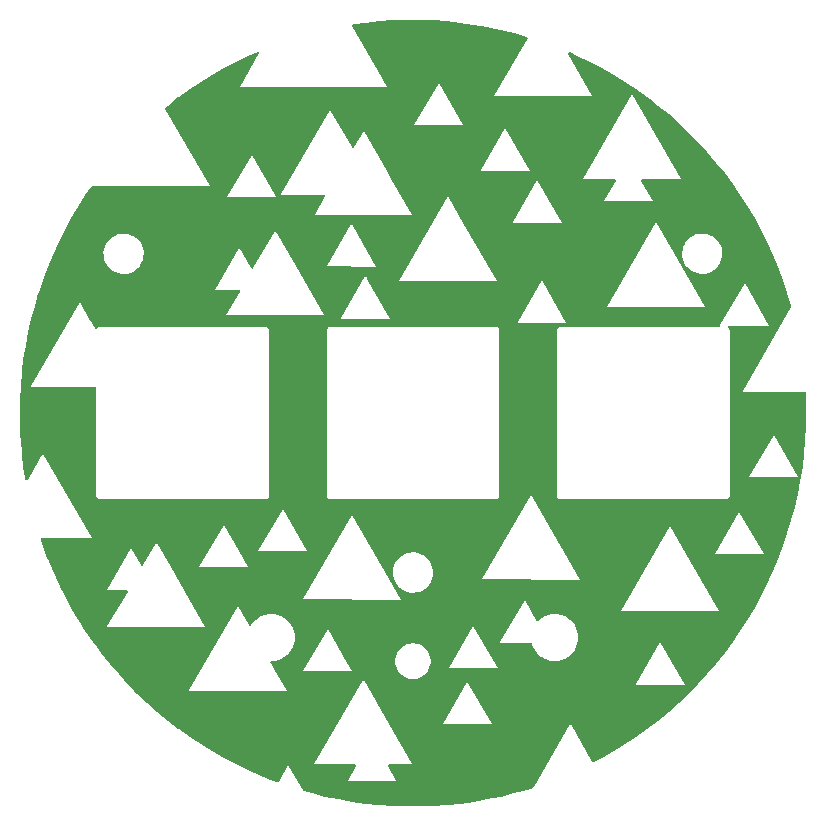
<source format=gbr>
%TF.GenerationSoftware,KiCad,Pcbnew,(7.0.0-0)*%
%TF.CreationDate,2023-04-09T22:27:31-05:00*%
%TF.ProjectId,RP2040_minimal,52503230-3430-45f6-9d69-6e696d616c2e,REV1*%
%TF.SameCoordinates,Original*%
%TF.FileFunction,Copper,L1,Top*%
%TF.FilePolarity,Positive*%
%FSLAX46Y46*%
G04 Gerber Fmt 4.6, Leading zero omitted, Abs format (unit mm)*
G04 Created by KiCad (PCBNEW (7.0.0-0)) date 2023-04-09 22:27:31*
%MOMM*%
%LPD*%
G01*
G04 APERTURE LIST*
G04 APERTURE END LIST*
%TA.AperFunction,Conductor*%
%TO.N,GND*%
G36*
X576479Y33294480D02*
G01*
X1721925Y33254920D01*
X1725331Y33254744D01*
X2868756Y33175669D01*
X2872064Y33175384D01*
X4012128Y33056884D01*
X4015487Y33056476D01*
X5150761Y32898700D01*
X5154062Y32898183D01*
X6283206Y32701317D01*
X6286519Y32700681D01*
X7408184Y32464960D01*
X7411501Y32464202D01*
X8524311Y32189919D01*
X8527615Y32189044D01*
X9630296Y31876514D01*
X9633567Y31875526D01*
X9647008Y31871210D01*
X9694658Y31838024D01*
X9715502Y31783827D01*
X9702370Y31727264D01*
X6889335Y26879264D01*
X6889334Y26879262D01*
X6882794Y26867990D01*
X15175000Y26850000D01*
X13135678Y30399970D01*
X13123070Y30459678D01*
X13147871Y30515437D01*
X13200658Y30546059D01*
X13261371Y30539909D01*
X13926551Y30247413D01*
X13929626Y30245997D01*
X14962286Y29748694D01*
X14965296Y29747180D01*
X15980177Y29214529D01*
X15983146Y29212905D01*
X16410450Y28969468D01*
X16979019Y28645552D01*
X16981959Y28643809D01*
X17957627Y28042438D01*
X17960505Y28040595D01*
X18914849Y27405897D01*
X18917661Y27403956D01*
X19849535Y26736692D01*
X19852279Y26734654D01*
X20304036Y26386976D01*
X20760564Y26035625D01*
X20763202Y26033520D01*
X21342481Y25554973D01*
X21646807Y25303566D01*
X21649404Y25301345D01*
X22507314Y24541303D01*
X22509833Y24538992D01*
X23340962Y23749826D01*
X23343399Y23747431D01*
X23938206Y23142266D01*
X24146822Y22930018D01*
X24149175Y22927539D01*
X24923866Y22082926D01*
X24926133Y22080368D01*
X25671243Y21209478D01*
X25673419Y21206844D01*
X26388015Y20310771D01*
X26390100Y20308062D01*
X27073355Y19387837D01*
X27075344Y19385058D01*
X27726392Y18441852D01*
X27728285Y18439007D01*
X28346432Y17473824D01*
X28348225Y17470914D01*
X28932656Y16485027D01*
X28934348Y16482058D01*
X29484424Y15476545D01*
X29486012Y15473519D01*
X30001047Y14449634D01*
X30002529Y14446557D01*
X30481920Y13405496D01*
X30483284Y13402394D01*
X30926455Y12345407D01*
X30927722Y12342233D01*
X31334150Y11270570D01*
X31335306Y11267354D01*
X31704490Y10182339D01*
X31705535Y10179085D01*
X32037054Y9081954D01*
X32037986Y9078667D01*
X32053445Y9020305D01*
X32055865Y8981787D01*
X32043374Y8945270D01*
X27914335Y1829264D01*
X27914334Y1829262D01*
X27907794Y1817990D01*
X33151807Y1806614D01*
X33199729Y1794123D01*
X33235606Y1759983D01*
X33250458Y1712738D01*
X33279569Y1151079D01*
X33279687Y1147664D01*
X33299470Y1709D01*
X33299470Y-1709D01*
X33279687Y-1147663D01*
X33279569Y-1151078D01*
X33220245Y-2295640D01*
X33220010Y-2299050D01*
X33121210Y-3440950D01*
X33120856Y-3444349D01*
X32982711Y-4582084D01*
X32982241Y-4585469D01*
X32804900Y-5717801D01*
X32804313Y-5721168D01*
X32587996Y-6846694D01*
X32587293Y-6850039D01*
X32332256Y-7967431D01*
X32331438Y-7970749D01*
X32037986Y-9078665D01*
X32037054Y-9081953D01*
X31705535Y-10179084D01*
X31704490Y-10182338D01*
X31335306Y-11267353D01*
X31334150Y-11270569D01*
X30927722Y-12342232D01*
X30926455Y-12345406D01*
X30483284Y-13402393D01*
X30481910Y-13405516D01*
X30408321Y-13565325D01*
X30002530Y-14446554D01*
X30001047Y-14449633D01*
X29486012Y-15473518D01*
X29484424Y-15476544D01*
X28934348Y-16482057D01*
X28932656Y-16485026D01*
X28348225Y-17470913D01*
X28346432Y-17473823D01*
X27728285Y-18439006D01*
X27726392Y-18441851D01*
X27075344Y-19385057D01*
X27073355Y-19387836D01*
X26390100Y-20308061D01*
X26388015Y-20310770D01*
X25673419Y-21206843D01*
X25671243Y-21209477D01*
X24926133Y-22080367D01*
X24923866Y-22082925D01*
X24149175Y-22927538D01*
X24146822Y-22930017D01*
X23343399Y-23747430D01*
X23340962Y-23749825D01*
X22509833Y-24538991D01*
X22507314Y-24541302D01*
X21649404Y-25301344D01*
X21646807Y-25303565D01*
X20763219Y-26033506D01*
X20760547Y-26035637D01*
X19852279Y-26734653D01*
X19849535Y-26736691D01*
X18917661Y-27403955D01*
X18914849Y-27405896D01*
X17960505Y-28040594D01*
X17957627Y-28042437D01*
X16981959Y-28643808D01*
X16979019Y-28645551D01*
X15983160Y-29212896D01*
X15980162Y-29214536D01*
X15327537Y-29557060D01*
X15278799Y-29568362D01*
X15230759Y-29554391D01*
X15195685Y-29518714D01*
X13347213Y-26300966D01*
X13347212Y-26300965D01*
X13340721Y-26289665D01*
X13334181Y-26300935D01*
X13334179Y-26300938D01*
X10225355Y-31658700D01*
X10201812Y-31686126D01*
X10169994Y-31703274D01*
X9633559Y-31875528D01*
X9630287Y-31876516D01*
X8527615Y-32189043D01*
X8524311Y-32189918D01*
X7411508Y-32464199D01*
X7408176Y-32464960D01*
X6286540Y-32700675D01*
X6283184Y-32701320D01*
X5154099Y-32898176D01*
X5150723Y-32898705D01*
X4015504Y-33056473D01*
X4012111Y-33056885D01*
X2872112Y-33175378D01*
X2868707Y-33175672D01*
X1725334Y-33254742D01*
X1721921Y-33254919D01*
X576479Y-33294480D01*
X573062Y-33294539D01*
X-573062Y-33294539D01*
X-576479Y-33294480D01*
X-1721922Y-33254919D01*
X-1725335Y-33254742D01*
X-2868708Y-33175672D01*
X-2872113Y-33175378D01*
X-4012112Y-33056885D01*
X-4015505Y-33056473D01*
X-5150724Y-32898705D01*
X-5154100Y-32898176D01*
X-6283185Y-32701320D01*
X-6286541Y-32700675D01*
X-7408177Y-32464960D01*
X-7411509Y-32464199D01*
X-8524312Y-32189918D01*
X-8527616Y-32189043D01*
X-9232257Y-31989328D01*
X-9266176Y-31972120D01*
X-9291105Y-31943394D01*
X-9329524Y-31876516D01*
X-10543159Y-29763867D01*
X-10549699Y-29775137D01*
X-10549701Y-29775140D01*
X-11378636Y-31203728D01*
X-11409878Y-31236764D01*
X-11452591Y-31252351D01*
X-11497768Y-31247201D01*
X-11806565Y-31136148D01*
X-11809760Y-31134936D01*
X-12874233Y-30710078D01*
X-12877385Y-30708756D01*
X-13926537Y-30247418D01*
X-13929641Y-30245989D01*
X-14962265Y-29748704D01*
X-14965319Y-29747168D01*
X-14992784Y-29732753D01*
X-8347349Y-29732753D01*
X-4890505Y-29740252D01*
X-4841034Y-29753623D01*
X-4804876Y-29789938D01*
X-4791720Y-29839467D01*
X-4805091Y-29888938D01*
X-5539562Y-31154731D01*
X-5539563Y-31154733D01*
X-5546103Y-31166005D01*
X-1400000Y-31175000D01*
X-2135467Y-29894728D01*
X-2148622Y-29845201D01*
X-2135251Y-29795730D01*
X-2098936Y-29759572D01*
X-2049408Y-29746416D01*
X-55143Y-29750743D01*
X-2034380Y-26305365D01*
X2516085Y-26305365D01*
X6662188Y-26314360D01*
X4747304Y-22981005D01*
X18873897Y-22981005D01*
X23020000Y-22990000D01*
X20954738Y-19394872D01*
X20948198Y-19406142D01*
X20948196Y-19406145D01*
X18880438Y-22969731D01*
X18880437Y-22969733D01*
X18873897Y-22981005D01*
X4747304Y-22981005D01*
X4596926Y-22719232D01*
X4590386Y-22730502D01*
X4590384Y-22730505D01*
X2522626Y-26294091D01*
X2522625Y-26294093D01*
X2516085Y-26305365D01*
X-2034380Y-26305365D01*
X-4185667Y-22560489D01*
X-4192207Y-22571759D01*
X-4192209Y-22571762D01*
X-8340808Y-29721479D01*
X-8340809Y-29721481D01*
X-8347349Y-29732753D01*
X-14992784Y-29732753D01*
X-15980163Y-29214536D01*
X-15983161Y-29212896D01*
X-16979020Y-28645551D01*
X-16981960Y-28643808D01*
X-17957628Y-28042437D01*
X-17960506Y-28040594D01*
X-18914850Y-27405896D01*
X-18917662Y-27403955D01*
X-19849536Y-26736691D01*
X-19852280Y-26734653D01*
X-20760548Y-26035637D01*
X-20763220Y-26033506D01*
X-21646808Y-25303565D01*
X-21649405Y-25301344D01*
X-22507315Y-24541302D01*
X-22509834Y-24538991D01*
X-23340963Y-23749825D01*
X-23343400Y-23747430D01*
X-23594644Y-23491811D01*
X-18991490Y-23491811D01*
X-10699284Y-23509801D01*
X-11288508Y-22484103D01*
X-11650865Y-21853326D01*
X-9295419Y-21853326D01*
X-5149316Y-21862321D01*
X-5573260Y-21124335D01*
X-1500500Y-21124335D01*
X-1499828Y-21128364D01*
X-1499827Y-21128372D01*
X-1486293Y-21209477D01*
X-1459571Y-21369614D01*
X-1458246Y-21373474D01*
X-1458244Y-21373481D01*
X-1450061Y-21397316D01*
X-1378828Y-21604810D01*
X-1376881Y-21608407D01*
X-1376880Y-21608410D01*
X-1262424Y-21819907D01*
X-1262420Y-21819913D01*
X-1260474Y-21823509D01*
X-1257962Y-21826736D01*
X-1257959Y-21826741D01*
X-1110256Y-22016509D01*
X-1107738Y-22019744D01*
X-924785Y-22188164D01*
X-716607Y-22324173D01*
X-488881Y-22424063D01*
X-247821Y-22485108D01*
X-62067Y-22500500D01*
X60033Y-22500500D01*
X62067Y-22500500D01*
X247821Y-22485108D01*
X488881Y-22424063D01*
X716607Y-22324173D01*
X924785Y-22188164D01*
X1107738Y-22019744D01*
X1260474Y-21823509D01*
X1378112Y-21606133D01*
X3019159Y-21606133D01*
X7165262Y-21615128D01*
X5932729Y-19469583D01*
X5907769Y-19426133D01*
X7389159Y-19426133D01*
X9967065Y-19431725D01*
X10010235Y-19441738D01*
X10044712Y-19469583D01*
X10063586Y-19509679D01*
X10064939Y-19515896D01*
X10075631Y-19565046D01*
X10076867Y-19568360D01*
X10076868Y-19568362D01*
X10174399Y-19829855D01*
X10174404Y-19829865D01*
X10175633Y-19833161D01*
X10312774Y-20084315D01*
X10314885Y-20087136D01*
X10314889Y-20087141D01*
X10480268Y-20308061D01*
X10484261Y-20313395D01*
X10686605Y-20515739D01*
X10689433Y-20517856D01*
X10839755Y-20630386D01*
X10915685Y-20687226D01*
X11166839Y-20824367D01*
X11170140Y-20825598D01*
X11170144Y-20825600D01*
X11259856Y-20859060D01*
X11434954Y-20924369D01*
X11714572Y-20985196D01*
X11928552Y-21000500D01*
X12069684Y-21000500D01*
X12071448Y-21000500D01*
X12285428Y-20985196D01*
X12565046Y-20924369D01*
X12833161Y-20824367D01*
X13084315Y-20687226D01*
X13313395Y-20515739D01*
X13515739Y-20313395D01*
X13687226Y-20084315D01*
X13824367Y-19833161D01*
X13924369Y-19565046D01*
X13985196Y-19285428D01*
X14005610Y-19000000D01*
X13985196Y-18714572D01*
X13924369Y-18434954D01*
X13824367Y-18166839D01*
X13687226Y-17915685D01*
X13515739Y-17686605D01*
X13313395Y-17484261D01*
X13310566Y-17482143D01*
X13087141Y-17314889D01*
X13087136Y-17314885D01*
X13084315Y-17312774D01*
X12833161Y-17175633D01*
X12829865Y-17174404D01*
X12829855Y-17174399D01*
X12568360Y-17076867D01*
X12568359Y-17076866D01*
X12565046Y-17075631D01*
X12561600Y-17074881D01*
X12561592Y-17074879D01*
X12288870Y-17015552D01*
X12288859Y-17015550D01*
X12285428Y-17014804D01*
X12281919Y-17014553D01*
X12281912Y-17014552D01*
X12073204Y-16999625D01*
X12073187Y-16999624D01*
X12071448Y-16999500D01*
X11928552Y-16999500D01*
X11926813Y-16999624D01*
X11926795Y-16999625D01*
X11718087Y-17014552D01*
X11718078Y-17014553D01*
X11714572Y-17014804D01*
X11711142Y-17015550D01*
X11711129Y-17015552D01*
X11438407Y-17074879D01*
X11438395Y-17074882D01*
X11434954Y-17075631D01*
X11431644Y-17076865D01*
X11431639Y-17076867D01*
X11170144Y-17174399D01*
X11170128Y-17174406D01*
X11166839Y-17175633D01*
X11163743Y-17177323D01*
X11163742Y-17177324D01*
X10918784Y-17311081D01*
X10918775Y-17311086D01*
X10915685Y-17312774D01*
X10912869Y-17314881D01*
X10912858Y-17314889D01*
X10689432Y-17482144D01*
X10689425Y-17482149D01*
X10686605Y-17484261D01*
X10684113Y-17486752D01*
X10684106Y-17486759D01*
X10605256Y-17565608D01*
X10552373Y-17593113D01*
X10493284Y-17585268D01*
X10449409Y-17544918D01*
X9995603Y-16754950D01*
X17595633Y-16754950D01*
X25887839Y-16772940D01*
X23109280Y-11936133D01*
X25549159Y-11936133D01*
X29695262Y-11945128D01*
X27630000Y-8350000D01*
X27623460Y-8361270D01*
X27623458Y-8361273D01*
X25555700Y-11924859D01*
X25555699Y-11924861D01*
X25549159Y-11936133D01*
X23109280Y-11936133D01*
X21757315Y-9582686D01*
X21750775Y-9593956D01*
X21750773Y-9593959D01*
X17602174Y-16743676D01*
X17602173Y-16743678D01*
X17595633Y-16754950D01*
X9995603Y-16754950D01*
X9476492Y-15851301D01*
X9476491Y-15851300D01*
X9470000Y-15840000D01*
X9463460Y-15851270D01*
X9463458Y-15851273D01*
X7395700Y-19414859D01*
X7395699Y-19414861D01*
X7389159Y-19426133D01*
X5907769Y-19426133D01*
X5106492Y-18031301D01*
X5106491Y-18031300D01*
X5100000Y-18020000D01*
X5093460Y-18031270D01*
X5093458Y-18031273D01*
X3025700Y-21594859D01*
X3025699Y-21594861D01*
X3019159Y-21606133D01*
X1378112Y-21606133D01*
X1378828Y-21604810D01*
X1459571Y-21369614D01*
X1500500Y-21124335D01*
X1500500Y-20875665D01*
X1459571Y-20630386D01*
X1378828Y-20395190D01*
X1260474Y-20176491D01*
X1188730Y-20084315D01*
X1110255Y-19983490D01*
X1107738Y-19980256D01*
X924785Y-19811836D01*
X716607Y-19675827D01*
X712870Y-19674188D01*
X712865Y-19674185D01*
X492622Y-19577578D01*
X488881Y-19575937D01*
X484926Y-19574935D01*
X484919Y-19574933D01*
X251786Y-19515896D01*
X251785Y-19515895D01*
X247821Y-19514892D01*
X243744Y-19514554D01*
X243743Y-19514554D01*
X64092Y-19499667D01*
X64072Y-19499666D01*
X62067Y-19499500D01*
X-62067Y-19499500D01*
X-64072Y-19499666D01*
X-64093Y-19499667D01*
X-243744Y-19514554D01*
X-243747Y-19514554D01*
X-247821Y-19514892D01*
X-251784Y-19515895D01*
X-251787Y-19515896D01*
X-484920Y-19574933D01*
X-484931Y-19574936D01*
X-488881Y-19575937D01*
X-492619Y-19577576D01*
X-492623Y-19577578D01*
X-712866Y-19674185D01*
X-712877Y-19674190D01*
X-716607Y-19675827D01*
X-720024Y-19678059D01*
X-720027Y-19678061D01*
X-921364Y-19809600D01*
X-921372Y-19809605D01*
X-924785Y-19811836D01*
X-927793Y-19814604D01*
X-927793Y-19814605D01*
X-1104725Y-19977481D01*
X-1104734Y-19977489D01*
X-1107738Y-19980256D01*
X-1110251Y-19983483D01*
X-1110256Y-19983490D01*
X-1257959Y-20173258D01*
X-1257967Y-20173268D01*
X-1260474Y-20176491D01*
X-1262417Y-20180080D01*
X-1262424Y-20180092D01*
X-1376880Y-20391589D01*
X-1376884Y-20391596D01*
X-1378828Y-20395190D01*
X-1380157Y-20399058D01*
X-1380158Y-20399063D01*
X-1458244Y-20626518D01*
X-1458247Y-20626527D01*
X-1459571Y-20630386D01*
X-1460243Y-20634412D01*
X-1460244Y-20634417D01*
X-1499827Y-20871627D01*
X-1499828Y-20871636D01*
X-1500500Y-20875665D01*
X-1500500Y-21124335D01*
X-5573260Y-21124335D01*
X-7214578Y-18267193D01*
X-7221118Y-18278463D01*
X-7221120Y-18278466D01*
X-9288878Y-21842052D01*
X-9288879Y-21842054D01*
X-9295419Y-21853326D01*
X-11650865Y-21853326D01*
X-12055580Y-21148814D01*
X-12068736Y-21099339D01*
X-12055419Y-21049907D01*
X-12019189Y-21013737D01*
X-11969736Y-21000500D01*
X-11930316Y-21000500D01*
X-11928552Y-21000500D01*
X-11714572Y-20985196D01*
X-11434954Y-20924369D01*
X-11166839Y-20824367D01*
X-10915685Y-20687226D01*
X-10686605Y-20515739D01*
X-10484261Y-20313395D01*
X-10312774Y-20084315D01*
X-10175633Y-19833161D01*
X-10075631Y-19565046D01*
X-10014804Y-19285428D01*
X-9994390Y-19000000D01*
X-10014804Y-18714572D01*
X-10075631Y-18434954D01*
X-10175633Y-18166839D01*
X-10312774Y-17915685D01*
X-10484261Y-17686605D01*
X-10686605Y-17484261D01*
X-10689434Y-17482143D01*
X-10912859Y-17314889D01*
X-10912864Y-17314885D01*
X-10915685Y-17312774D01*
X-11166839Y-17175633D01*
X-11170135Y-17174404D01*
X-11170145Y-17174399D01*
X-11431640Y-17076867D01*
X-11431641Y-17076866D01*
X-11434954Y-17075631D01*
X-11438400Y-17074881D01*
X-11438408Y-17074879D01*
X-11711130Y-17015552D01*
X-11711141Y-17015550D01*
X-11714572Y-17014804D01*
X-11718081Y-17014553D01*
X-11718088Y-17014552D01*
X-11926796Y-16999625D01*
X-11926813Y-16999624D01*
X-11928552Y-16999500D01*
X-12071448Y-16999500D01*
X-12073187Y-16999624D01*
X-12073205Y-16999625D01*
X-12281913Y-17014552D01*
X-12281922Y-17014553D01*
X-12285428Y-17014804D01*
X-12288858Y-17015550D01*
X-12288871Y-17015552D01*
X-12561593Y-17074879D01*
X-12561605Y-17074882D01*
X-12565046Y-17075631D01*
X-12568356Y-17076865D01*
X-12568361Y-17076867D01*
X-12829856Y-17174399D01*
X-12829872Y-17174406D01*
X-12833161Y-17175633D01*
X-12836257Y-17177323D01*
X-12836258Y-17177324D01*
X-13081216Y-17311081D01*
X-13081225Y-17311086D01*
X-13084315Y-17312774D01*
X-13087131Y-17314881D01*
X-13087142Y-17314889D01*
X-13310567Y-17482143D01*
X-13310576Y-17482150D01*
X-13313395Y-17484261D01*
X-13315884Y-17486749D01*
X-13315891Y-17486756D01*
X-13513244Y-17684109D01*
X-13513251Y-17684116D01*
X-13515739Y-17686605D01*
X-13517850Y-17689424D01*
X-13517857Y-17689433D01*
X-13685111Y-17912858D01*
X-13685119Y-17912869D01*
X-13687226Y-17915685D01*
X-13688911Y-17918769D01*
X-13688919Y-17918783D01*
X-13712498Y-17961965D01*
X-13748412Y-17999385D01*
X-13798317Y-18013511D01*
X-13848516Y-18000466D01*
X-13885230Y-17963832D01*
X-14829808Y-16319547D01*
X-14836348Y-16330817D01*
X-14836350Y-16330820D01*
X-18984949Y-23480537D01*
X-18984950Y-23480539D01*
X-18991490Y-23491811D01*
X-23594644Y-23491811D01*
X-23635198Y-23450551D01*
X-24146834Y-22930006D01*
X-24149176Y-22927538D01*
X-24485839Y-22560489D01*
X-24740556Y-22282781D01*
X-24923867Y-22082925D01*
X-24926134Y-22080367D01*
X-25671244Y-21209477D01*
X-25673420Y-21206843D01*
X-26388016Y-20310770D01*
X-26390101Y-20308061D01*
X-26756486Y-19814605D01*
X-27073358Y-19387833D01*
X-27075345Y-19385057D01*
X-27726393Y-18441851D01*
X-27728286Y-18439006D01*
X-27989417Y-18031273D01*
X-28346440Y-17473811D01*
X-28348226Y-17470913D01*
X-28440717Y-17314889D01*
X-28932657Y-16485026D01*
X-28934349Y-16482057D01*
X-29484425Y-15476544D01*
X-29486013Y-15473518D01*
X-29728727Y-14991005D01*
X-25946103Y-14991005D01*
X-24243789Y-14994697D01*
X-24194217Y-15008129D01*
X-24158043Y-15044593D01*
X-24145009Y-15094274D01*
X-24158622Y-15143800D01*
X-25870331Y-18060865D01*
X-25870332Y-18060867D01*
X-25876944Y-18072136D01*
X-17584738Y-18090126D01*
X-18925580Y-15782010D01*
X-9292206Y-15782010D01*
X-1000000Y-15800000D01*
X-2358788Y-13434675D01*
X-1704252Y-13434675D01*
X-1704107Y-13438460D01*
X-1704107Y-13438463D01*
X-1699245Y-13565325D01*
X-1694251Y-13695593D01*
X-1693531Y-13699309D01*
X-1693529Y-13699320D01*
X-1645261Y-13948202D01*
X-1645260Y-13948209D01*
X-1644538Y-13951927D01*
X-1643257Y-13955494D01*
X-1643256Y-13955497D01*
X-1601309Y-14072292D01*
X-1556279Y-14197668D01*
X-1431541Y-14427057D01*
X-1273250Y-14634716D01*
X-1085114Y-14815778D01*
X-871544Y-14965999D01*
X-637547Y-15081859D01*
X-388605Y-15160641D01*
X-130555Y-15200500D01*
X63272Y-15200500D01*
X65177Y-15200500D01*
X260344Y-15185516D01*
X514586Y-15126021D01*
X756766Y-15028414D01*
X981208Y-14894982D01*
X1182652Y-14728852D01*
X1356375Y-14533920D01*
X1498306Y-14314753D01*
X1605118Y-14076489D01*
X1606279Y-14072264D01*
X5818318Y-14072264D01*
X14110524Y-14090254D01*
X10123889Y-7150477D01*
X10021242Y-6971793D01*
X12195599Y-6971793D01*
X12196445Y-6980924D01*
X12196445Y-6980927D01*
X12199078Y-7009338D01*
X12199500Y-7018472D01*
X12199500Y-7027844D01*
X12200340Y-7032343D01*
X12200341Y-7032344D01*
X12201222Y-7037059D01*
X12202483Y-7046105D01*
X12205116Y-7074521D01*
X12205118Y-7074531D01*
X12205965Y-7083660D01*
X12210053Y-7091871D01*
X12211432Y-7096716D01*
X12213252Y-7101416D01*
X12214939Y-7110433D01*
X12234793Y-7142498D01*
X12239228Y-7150460D01*
X12256042Y-7184228D01*
X12262820Y-7190407D01*
X12265859Y-7194431D01*
X12269251Y-7198152D01*
X12274081Y-7205952D01*
X12304170Y-7228674D01*
X12311195Y-7234507D01*
X12339067Y-7259916D01*
X12347627Y-7263232D01*
X12351912Y-7265885D01*
X12356414Y-7268126D01*
X12363736Y-7273656D01*
X12400002Y-7283974D01*
X12408657Y-7286874D01*
X12443827Y-7300500D01*
X12453004Y-7300500D01*
X12457951Y-7301425D01*
X12462966Y-7301889D01*
X12471793Y-7304401D01*
X12509337Y-7300922D01*
X12518472Y-7300500D01*
X26444272Y-7300500D01*
X26453763Y-7301823D01*
X26453836Y-7301044D01*
X26462967Y-7301890D01*
X26471793Y-7304401D01*
X26509337Y-7300922D01*
X26518472Y-7300500D01*
X26523263Y-7300500D01*
X26527844Y-7300500D01*
X26537049Y-7298778D01*
X26546107Y-7297514D01*
X26583660Y-7294035D01*
X26591876Y-7289943D01*
X26596714Y-7288567D01*
X26601411Y-7286747D01*
X26610433Y-7285061D01*
X26642491Y-7265210D01*
X26650463Y-7260770D01*
X26684228Y-7243958D01*
X26690413Y-7237172D01*
X26694434Y-7234136D01*
X26698147Y-7230750D01*
X26705952Y-7225919D01*
X26728673Y-7195829D01*
X26734504Y-7188806D01*
X26759916Y-7160933D01*
X26763230Y-7152375D01*
X26765873Y-7148108D01*
X26768122Y-7143591D01*
X26773656Y-7136264D01*
X26783977Y-7099983D01*
X26786872Y-7091348D01*
X26800500Y-7056173D01*
X26800500Y-7046998D01*
X26801425Y-7042050D01*
X26801889Y-7037033D01*
X26804401Y-7028207D01*
X26800922Y-6990662D01*
X26800500Y-6981528D01*
X26800500Y-5431005D01*
X28483897Y-5431005D01*
X32630000Y-5440000D01*
X30564738Y-1844872D01*
X30558198Y-1856142D01*
X30558196Y-1856145D01*
X28490438Y-5419731D01*
X28490437Y-5419733D01*
X28483897Y-5431005D01*
X26800500Y-5431005D01*
X26800500Y6944272D01*
X26801823Y6953764D01*
X26801044Y6953836D01*
X26801890Y6962968D01*
X26804401Y6971793D01*
X26800922Y7009338D01*
X26800500Y7018472D01*
X26800500Y7023263D01*
X26800500Y7027844D01*
X26798778Y7037055D01*
X26797514Y7046103D01*
X26794035Y7083660D01*
X26789945Y7091873D01*
X26788569Y7096711D01*
X26786747Y7101414D01*
X26785061Y7110433D01*
X26765217Y7142482D01*
X26760766Y7150472D01*
X26754580Y7162896D01*
X26743958Y7184228D01*
X26737179Y7190408D01*
X26734145Y7194426D01*
X26730748Y7198152D01*
X26725919Y7205952D01*
X26695833Y7228672D01*
X26688789Y7234521D01*
X26688006Y7235235D01*
X26658327Y7285784D01*
X26662439Y7344258D01*
X26698899Y7390156D01*
X26754924Y7407388D01*
X30160000Y7400000D01*
X28094738Y10995128D01*
X28088198Y10983858D01*
X28088196Y10983855D01*
X26020438Y7420269D01*
X26020437Y7420267D01*
X26013897Y7408995D01*
X26017388Y7408988D01*
X26011431Y7386944D01*
X26010456Y7365504D01*
X25974201Y7318363D01*
X25917476Y7300500D01*
X12555728Y7300500D01*
X12546236Y7301824D01*
X12546164Y7301044D01*
X12537030Y7301891D01*
X12528207Y7304401D01*
X12519074Y7303555D01*
X12519072Y7303555D01*
X12490662Y7300922D01*
X12481528Y7300500D01*
X12472156Y7300500D01*
X12467661Y7299661D01*
X12467650Y7299659D01*
X12462939Y7298778D01*
X12453895Y7297517D01*
X12425478Y7294883D01*
X12425472Y7294882D01*
X12416340Y7294035D01*
X12408130Y7289949D01*
X12403283Y7288569D01*
X12398577Y7286747D01*
X12389567Y7285061D01*
X12381774Y7280237D01*
X12381771Y7280235D01*
X12357516Y7265217D01*
X12349534Y7260771D01*
X12323985Y7248049D01*
X12323979Y7248046D01*
X12315772Y7243958D01*
X12309594Y7237183D01*
X12305563Y7234138D01*
X12301840Y7230745D01*
X12294048Y7225919D01*
X12288522Y7218603D01*
X12288520Y7218600D01*
X12271322Y7195826D01*
X12265488Y7188801D01*
X12240084Y7160933D01*
X12236772Y7152386D01*
X12234124Y7148109D01*
X12231870Y7143583D01*
X12226344Y7136264D01*
X12223834Y7127446D01*
X12223831Y7127438D01*
X12216024Y7099998D01*
X12213120Y7091331D01*
X12202812Y7064724D01*
X12202811Y7064722D01*
X12199500Y7056173D01*
X12199500Y7047003D01*
X12198575Y7042054D01*
X12198109Y7037031D01*
X12195599Y7028207D01*
X12196445Y7019076D01*
X12196445Y7019073D01*
X12199078Y6990662D01*
X12199500Y6981528D01*
X12199500Y-6944272D01*
X12198176Y-6953763D01*
X12198956Y-6953836D01*
X12198109Y-6962969D01*
X12195599Y-6971793D01*
X10021242Y-6971793D01*
X9986492Y-6911301D01*
X9986491Y-6911300D01*
X9980000Y-6900000D01*
X9973460Y-6911270D01*
X9973458Y-6911273D01*
X5824859Y-14060990D01*
X5824858Y-14060992D01*
X5818318Y-14072264D01*
X1606279Y-14072264D01*
X1674307Y-13824713D01*
X1704252Y-13565325D01*
X1702053Y-13507965D01*
X1694396Y-13308202D01*
X1694251Y-13304407D01*
X1644538Y-13048073D01*
X1556279Y-12802332D01*
X1431541Y-12572943D01*
X1273250Y-12365284D01*
X1085114Y-12184222D01*
X871544Y-12034001D01*
X749410Y-11973528D01*
X640949Y-11919825D01*
X640944Y-11919823D01*
X637547Y-11918141D01*
X633931Y-11916996D01*
X633927Y-11916995D01*
X392227Y-11840505D01*
X392224Y-11840504D01*
X388605Y-11839359D01*
X384861Y-11838780D01*
X384854Y-11838779D01*
X134306Y-11800079D01*
X134301Y-11800078D01*
X130555Y-11799500D01*
X-65177Y-11799500D01*
X-67062Y-11799644D01*
X-67070Y-11799645D01*
X-256559Y-11814193D01*
X-256565Y-11814193D01*
X-260344Y-11814484D01*
X-264038Y-11815348D01*
X-264042Y-11815349D01*
X-510900Y-11873116D01*
X-510906Y-11873117D01*
X-514586Y-11873979D01*
X-518090Y-11875390D01*
X-518099Y-11875394D01*
X-753244Y-11970166D01*
X-753250Y-11970168D01*
X-756766Y-11971586D01*
X-760021Y-11973520D01*
X-760035Y-11973528D01*
X-977941Y-12103075D01*
X-977948Y-12103079D01*
X-981208Y-12105018D01*
X-984137Y-12107433D01*
X-984142Y-12107437D01*
X-1179725Y-12268733D01*
X-1179734Y-12268740D01*
X-1182652Y-12271148D01*
X-1185169Y-12273972D01*
X-1185176Y-12273979D01*
X-1353850Y-12463246D01*
X-1353854Y-12463251D01*
X-1356375Y-12466080D01*
X-1358433Y-12469257D01*
X-1358440Y-12469267D01*
X-1496244Y-12682062D01*
X-1496248Y-12682067D01*
X-1498306Y-12685247D01*
X-1499855Y-12688702D01*
X-1499857Y-12688706D01*
X-1603564Y-12920043D01*
X-1603567Y-12920050D01*
X-1605118Y-12923511D01*
X-1606124Y-12927170D01*
X-1606126Y-12927177D01*
X-1673301Y-13171623D01*
X-1673304Y-13171633D01*
X-1674307Y-13175287D01*
X-1674742Y-13179049D01*
X-1674743Y-13179058D01*
X-1703818Y-13430912D01*
X-1704252Y-13434675D01*
X-2358788Y-13434675D01*
X-5130524Y-8609746D01*
X-5137064Y-8621016D01*
X-5137066Y-8621019D01*
X-9285665Y-15770736D01*
X-9285666Y-15770738D01*
X-9292206Y-15782010D01*
X-18925580Y-15782010D01*
X-20506280Y-13061005D01*
X-18086103Y-13061005D01*
X-13940000Y-13070000D01*
X-14743669Y-11671005D01*
X-13116103Y-11671005D01*
X-8970000Y-11680000D01*
X-11035262Y-8084872D01*
X-11041802Y-8096142D01*
X-11041804Y-8096145D01*
X-13109562Y-11659731D01*
X-13109563Y-11659733D01*
X-13116103Y-11671005D01*
X-14743669Y-11671005D01*
X-16005262Y-9474872D01*
X-16011802Y-9486142D01*
X-16011804Y-9486145D01*
X-18079562Y-13049731D01*
X-18079563Y-13049733D01*
X-18086103Y-13061005D01*
X-20506280Y-13061005D01*
X-21708746Y-10991088D01*
X-21708747Y-10991087D01*
X-21715262Y-10979872D01*
X-21721828Y-10991060D01*
X-21721829Y-10991062D01*
X-22838752Y-12894501D01*
X-22875138Y-12930422D01*
X-22924593Y-12943397D01*
X-22973927Y-12929966D01*
X-23009981Y-12893712D01*
X-23131566Y-12682062D01*
X-23865262Y-11404872D01*
X-23871802Y-11416142D01*
X-23871804Y-11416145D01*
X-25939562Y-14979731D01*
X-25939563Y-14979733D01*
X-25946103Y-14991005D01*
X-29728727Y-14991005D01*
X-29779291Y-14890484D01*
X-30001051Y-14449628D01*
X-30002519Y-14446580D01*
X-30481933Y-13405468D01*
X-30483271Y-13402425D01*
X-30926466Y-12345383D01*
X-30927723Y-12342232D01*
X-30953608Y-12273979D01*
X-31334158Y-11270551D01*
X-31335307Y-11267353D01*
X-31520963Y-10721718D01*
X-31525168Y-10675301D01*
X-31507670Y-10632104D01*
X-31472346Y-10601701D01*
X-31427028Y-10590828D01*
X-27200000Y-10600000D01*
X-31311632Y-3442633D01*
X-31324032Y-3421047D01*
X-31324033Y-3421046D01*
X-31330524Y-3409746D01*
X-31337064Y-3421016D01*
X-31337066Y-3421019D01*
X-32635969Y-5659554D01*
X-32680336Y-5699859D01*
X-32739829Y-5707175D01*
X-32792639Y-5678819D01*
X-32819406Y-5625186D01*
X-32848409Y-5440000D01*
X-32982246Y-4585441D01*
X-32982712Y-4582084D01*
X-33120857Y-3444349D01*
X-33121211Y-3440950D01*
X-33123911Y-3409746D01*
X-33220013Y-2299034D01*
X-33220246Y-2295640D01*
X-33243024Y-1856173D01*
X-33279572Y-1151047D01*
X-33279687Y-1147693D01*
X-33299471Y-1680D01*
X-33299471Y1680D01*
X-33279687Y1147696D01*
X-33279572Y1151046D01*
X-33222962Y2243237D01*
X-32384187Y2243237D01*
X-29828534Y2237693D01*
X-26899285Y2231337D01*
X-26849876Y2218002D01*
X-26813728Y2181775D01*
X-26800500Y2132337D01*
X-26800500Y-6944272D01*
X-26801824Y-6953763D01*
X-26801044Y-6953836D01*
X-26801891Y-6962969D01*
X-26804401Y-6971793D01*
X-26803555Y-6980924D01*
X-26803555Y-6980927D01*
X-26800922Y-7009338D01*
X-26800500Y-7018472D01*
X-26800500Y-7027844D01*
X-26799660Y-7032343D01*
X-26799659Y-7032344D01*
X-26798778Y-7037059D01*
X-26797517Y-7046105D01*
X-26794884Y-7074521D01*
X-26794882Y-7074531D01*
X-26794035Y-7083660D01*
X-26789947Y-7091871D01*
X-26788568Y-7096716D01*
X-26786748Y-7101416D01*
X-26785061Y-7110433D01*
X-26765207Y-7142498D01*
X-26760772Y-7150460D01*
X-26743958Y-7184228D01*
X-26737180Y-7190407D01*
X-26734141Y-7194431D01*
X-26730749Y-7198152D01*
X-26725919Y-7205952D01*
X-26695830Y-7228674D01*
X-26688805Y-7234507D01*
X-26660933Y-7259916D01*
X-26652373Y-7263232D01*
X-26648088Y-7265885D01*
X-26643586Y-7268126D01*
X-26636264Y-7273656D01*
X-26599998Y-7283974D01*
X-26591343Y-7286874D01*
X-26556173Y-7300500D01*
X-26546996Y-7300500D01*
X-26542049Y-7301425D01*
X-26537034Y-7301889D01*
X-26528207Y-7304401D01*
X-26490663Y-7300922D01*
X-26481528Y-7300500D01*
X-12555728Y-7300500D01*
X-12546237Y-7301823D01*
X-12546164Y-7301044D01*
X-12537033Y-7301890D01*
X-12528207Y-7304401D01*
X-12490663Y-7300922D01*
X-12481528Y-7300500D01*
X-12476737Y-7300500D01*
X-12472156Y-7300500D01*
X-12462951Y-7298778D01*
X-12453893Y-7297514D01*
X-12416340Y-7294035D01*
X-12408124Y-7289943D01*
X-12403286Y-7288567D01*
X-12398589Y-7286747D01*
X-12389567Y-7285061D01*
X-12357509Y-7265210D01*
X-12349537Y-7260770D01*
X-12315772Y-7243958D01*
X-12309587Y-7237172D01*
X-12305566Y-7234136D01*
X-12301853Y-7230750D01*
X-12294048Y-7225919D01*
X-12271327Y-7195829D01*
X-12265496Y-7188806D01*
X-12240084Y-7160933D01*
X-12236770Y-7152375D01*
X-12234127Y-7148108D01*
X-12231878Y-7143591D01*
X-12226344Y-7136264D01*
X-12216023Y-7099983D01*
X-12213128Y-7091348D01*
X-12199500Y-7056173D01*
X-12199500Y-7046998D01*
X-12198575Y-7042050D01*
X-12198111Y-7037033D01*
X-12195599Y-7028207D01*
X-12199078Y-6990662D01*
X-12199500Y-6981528D01*
X-12199500Y-6971793D01*
X-7304401Y-6971793D01*
X-7303555Y-6980924D01*
X-7303555Y-6980927D01*
X-7300922Y-7009338D01*
X-7300500Y-7018472D01*
X-7300500Y-7027844D01*
X-7299660Y-7032343D01*
X-7299659Y-7032344D01*
X-7298778Y-7037059D01*
X-7297517Y-7046105D01*
X-7294884Y-7074521D01*
X-7294882Y-7074531D01*
X-7294035Y-7083660D01*
X-7289947Y-7091871D01*
X-7288568Y-7096716D01*
X-7286748Y-7101416D01*
X-7285061Y-7110433D01*
X-7265207Y-7142498D01*
X-7260772Y-7150460D01*
X-7243958Y-7184228D01*
X-7237180Y-7190407D01*
X-7234141Y-7194431D01*
X-7230749Y-7198152D01*
X-7225919Y-7205952D01*
X-7195830Y-7228674D01*
X-7188805Y-7234507D01*
X-7160933Y-7259916D01*
X-7152373Y-7263232D01*
X-7148088Y-7265885D01*
X-7143586Y-7268126D01*
X-7136264Y-7273656D01*
X-7099998Y-7283974D01*
X-7091343Y-7286874D01*
X-7056173Y-7300500D01*
X-7046996Y-7300500D01*
X-7042049Y-7301425D01*
X-7037034Y-7301889D01*
X-7028207Y-7304401D01*
X-6990663Y-7300922D01*
X-6981528Y-7300500D01*
X6944272Y-7300500D01*
X6953763Y-7301823D01*
X6953836Y-7301044D01*
X6962967Y-7301890D01*
X6971793Y-7304401D01*
X7009337Y-7300922D01*
X7018472Y-7300500D01*
X7023263Y-7300500D01*
X7027844Y-7300500D01*
X7037049Y-7298778D01*
X7046107Y-7297514D01*
X7083660Y-7294035D01*
X7091876Y-7289943D01*
X7096714Y-7288567D01*
X7101411Y-7286747D01*
X7110433Y-7285061D01*
X7142491Y-7265210D01*
X7150463Y-7260770D01*
X7184228Y-7243958D01*
X7190413Y-7237172D01*
X7194434Y-7234136D01*
X7198147Y-7230750D01*
X7205952Y-7225919D01*
X7228673Y-7195829D01*
X7234504Y-7188806D01*
X7259916Y-7160933D01*
X7263230Y-7152375D01*
X7265873Y-7148108D01*
X7268122Y-7143591D01*
X7273656Y-7136264D01*
X7283977Y-7099983D01*
X7286872Y-7091348D01*
X7300500Y-7056173D01*
X7300500Y-7046998D01*
X7301425Y-7042050D01*
X7301889Y-7037033D01*
X7304401Y-7028207D01*
X7300922Y-6990662D01*
X7300500Y-6981528D01*
X7300500Y6944272D01*
X7301823Y6953764D01*
X7301044Y6953836D01*
X7301890Y6962968D01*
X7304401Y6971793D01*
X7300922Y7009338D01*
X7300500Y7018472D01*
X7300500Y7023263D01*
X7300500Y7027844D01*
X7298778Y7037055D01*
X7297514Y7046103D01*
X7294035Y7083660D01*
X7289945Y7091873D01*
X7288569Y7096711D01*
X7286747Y7101414D01*
X7285061Y7110433D01*
X7265217Y7142482D01*
X7260766Y7150472D01*
X7254580Y7162896D01*
X7243958Y7184228D01*
X7237179Y7190408D01*
X7234145Y7194426D01*
X7230748Y7198152D01*
X7225919Y7205952D01*
X7195833Y7228672D01*
X7188798Y7234513D01*
X7188006Y7235235D01*
X7160933Y7259916D01*
X7152381Y7263230D01*
X7148104Y7265878D01*
X7143582Y7268130D01*
X7136264Y7273656D01*
X7127443Y7276166D01*
X7127441Y7276167D01*
X7100001Y7283974D01*
X7091332Y7286880D01*
X7064726Y7297187D01*
X7064723Y7297188D01*
X7056173Y7300500D01*
X7047002Y7300500D01*
X7042053Y7301425D01*
X7037030Y7301891D01*
X7028207Y7304401D01*
X7019074Y7303555D01*
X7019072Y7303555D01*
X6990662Y7300922D01*
X6981528Y7300500D01*
X-6944272Y7300500D01*
X-6953764Y7301824D01*
X-6953836Y7301044D01*
X-6962970Y7301891D01*
X-6971793Y7304401D01*
X-6980926Y7303555D01*
X-6980928Y7303555D01*
X-7009338Y7300922D01*
X-7018472Y7300500D01*
X-7027844Y7300500D01*
X-7032339Y7299661D01*
X-7032350Y7299659D01*
X-7037061Y7298778D01*
X-7046105Y7297517D01*
X-7074522Y7294883D01*
X-7074528Y7294882D01*
X-7083660Y7294035D01*
X-7091870Y7289949D01*
X-7096717Y7288569D01*
X-7101423Y7286747D01*
X-7110433Y7285061D01*
X-7118226Y7280237D01*
X-7118229Y7280235D01*
X-7142484Y7265217D01*
X-7150466Y7260771D01*
X-7176015Y7248049D01*
X-7176021Y7248046D01*
X-7184228Y7243958D01*
X-7190406Y7237183D01*
X-7194437Y7234138D01*
X-7198160Y7230745D01*
X-7205952Y7225919D01*
X-7211478Y7218603D01*
X-7211480Y7218600D01*
X-7228678Y7195826D01*
X-7234512Y7188801D01*
X-7259916Y7160933D01*
X-7263228Y7152386D01*
X-7265876Y7148109D01*
X-7268130Y7143583D01*
X-7273656Y7136264D01*
X-7276166Y7127446D01*
X-7276169Y7127438D01*
X-7283976Y7099998D01*
X-7286880Y7091331D01*
X-7297188Y7064724D01*
X-7297189Y7064722D01*
X-7300500Y7056173D01*
X-7300500Y7047003D01*
X-7301425Y7042054D01*
X-7301891Y7037031D01*
X-7304401Y7028207D01*
X-7303555Y7019076D01*
X-7303555Y7019073D01*
X-7300922Y6990662D01*
X-7300500Y6981528D01*
X-7300500Y-6944272D01*
X-7301824Y-6953763D01*
X-7301044Y-6953836D01*
X-7301891Y-6962969D01*
X-7304401Y-6971793D01*
X-12199500Y-6971793D01*
X-12199500Y6944272D01*
X-12198177Y6953764D01*
X-12198956Y6953836D01*
X-12198110Y6962968D01*
X-12195599Y6971793D01*
X-12199078Y7009338D01*
X-12199500Y7018472D01*
X-12199500Y7023263D01*
X-12199500Y7027844D01*
X-12201222Y7037055D01*
X-12202486Y7046103D01*
X-12205965Y7083660D01*
X-12210055Y7091873D01*
X-12211431Y7096711D01*
X-12213253Y7101414D01*
X-12214939Y7110433D01*
X-12234783Y7142482D01*
X-12239234Y7150472D01*
X-12245420Y7162896D01*
X-12256042Y7184228D01*
X-12262821Y7190408D01*
X-12265855Y7194426D01*
X-12269252Y7198152D01*
X-12274081Y7205952D01*
X-12304167Y7228672D01*
X-12311202Y7234513D01*
X-12311994Y7235235D01*
X-12339067Y7259916D01*
X-12347619Y7263230D01*
X-12351896Y7265878D01*
X-12356418Y7268130D01*
X-12363736Y7273656D01*
X-12372557Y7276166D01*
X-12372559Y7276167D01*
X-12399999Y7283974D01*
X-12408668Y7286880D01*
X-12435274Y7297187D01*
X-12435277Y7297188D01*
X-12443827Y7300500D01*
X-12452998Y7300500D01*
X-12457947Y7301425D01*
X-12462970Y7301891D01*
X-12471793Y7304401D01*
X-12480926Y7303555D01*
X-12480928Y7303555D01*
X-12509338Y7300922D01*
X-12518472Y7300500D01*
X-26444272Y7300500D01*
X-26453764Y7301824D01*
X-26453836Y7301044D01*
X-26462970Y7301891D01*
X-26471793Y7304401D01*
X-26480926Y7303555D01*
X-26480928Y7303555D01*
X-26509338Y7300922D01*
X-26518472Y7300500D01*
X-26527844Y7300500D01*
X-26532339Y7299661D01*
X-26532350Y7299659D01*
X-26537061Y7298778D01*
X-26546105Y7297517D01*
X-26574522Y7294883D01*
X-26574528Y7294882D01*
X-26583660Y7294035D01*
X-26591870Y7289949D01*
X-26596717Y7288569D01*
X-26601423Y7286747D01*
X-26610433Y7285061D01*
X-26618226Y7280237D01*
X-26618229Y7280235D01*
X-26642484Y7265217D01*
X-26650466Y7260771D01*
X-26676015Y7248049D01*
X-26676021Y7248046D01*
X-26684228Y7243958D01*
X-26690406Y7237183D01*
X-26694437Y7234138D01*
X-26698160Y7230745D01*
X-26705952Y7225919D01*
X-26711478Y7218603D01*
X-26711480Y7218600D01*
X-26728678Y7195826D01*
X-26734512Y7188801D01*
X-26759916Y7160933D01*
X-26761279Y7157417D01*
X-26795171Y7125325D01*
X-26844262Y7113224D01*
X-26892925Y7126940D01*
X-26928470Y7162896D01*
X-26945293Y7192180D01*
X-27213460Y7658995D01*
X8850000Y7658995D01*
X12996103Y7650000D01*
X12220580Y9000000D01*
X16400000Y9000000D01*
X24692206Y8982010D01*
X22059268Y13565325D01*
X22795748Y13565325D01*
X22795893Y13561540D01*
X22795893Y13561537D01*
X22800755Y13434675D01*
X22805749Y13304407D01*
X22806469Y13300691D01*
X22806471Y13300680D01*
X22854739Y13051798D01*
X22854740Y13051791D01*
X22855462Y13048073D01*
X22943721Y12802332D01*
X23068459Y12572943D01*
X23226750Y12365284D01*
X23414886Y12184222D01*
X23628456Y12034001D01*
X23862453Y11918141D01*
X24111395Y11839359D01*
X24369445Y11799500D01*
X24563272Y11799500D01*
X24565177Y11799500D01*
X24760344Y11814484D01*
X25014586Y11873979D01*
X25256766Y11971586D01*
X25481208Y12105018D01*
X25682652Y12271148D01*
X25856375Y12466080D01*
X25998306Y12685247D01*
X26105118Y12923511D01*
X26174307Y13175287D01*
X26204252Y13434675D01*
X26194251Y13695593D01*
X26144538Y13951927D01*
X26056279Y14197668D01*
X25931541Y14427057D01*
X25773250Y14634716D01*
X25585114Y14815778D01*
X25371544Y14965999D01*
X25249410Y15026472D01*
X25140949Y15080175D01*
X25140944Y15080177D01*
X25137547Y15081859D01*
X25133931Y15083004D01*
X25133927Y15083005D01*
X24892227Y15159495D01*
X24892224Y15159496D01*
X24888605Y15160641D01*
X24884861Y15161220D01*
X24884854Y15161221D01*
X24634306Y15199921D01*
X24634301Y15199922D01*
X24630555Y15200500D01*
X24434823Y15200500D01*
X24432938Y15200356D01*
X24432930Y15200355D01*
X24243441Y15185807D01*
X24243435Y15185807D01*
X24239656Y15185516D01*
X24235962Y15184652D01*
X24235958Y15184651D01*
X23989100Y15126884D01*
X23989094Y15126883D01*
X23985414Y15126021D01*
X23981910Y15124610D01*
X23981901Y15124606D01*
X23746756Y15029834D01*
X23746750Y15029832D01*
X23743234Y15028414D01*
X23739979Y15026480D01*
X23739965Y15026472D01*
X23522059Y14896925D01*
X23522052Y14896921D01*
X23518792Y14894982D01*
X23515863Y14892567D01*
X23515858Y14892563D01*
X23320275Y14731267D01*
X23320266Y14731260D01*
X23317348Y14728852D01*
X23314831Y14726028D01*
X23314824Y14726021D01*
X23146150Y14536754D01*
X23146146Y14536749D01*
X23143625Y14533920D01*
X23141567Y14530743D01*
X23141560Y14530733D01*
X23003756Y14317938D01*
X23003752Y14317933D01*
X23001694Y14314753D01*
X23000145Y14311298D01*
X23000143Y14311294D01*
X22896436Y14079957D01*
X22896433Y14079950D01*
X22894882Y14076489D01*
X22893876Y14072830D01*
X22893874Y14072823D01*
X22826699Y13828377D01*
X22826696Y13828367D01*
X22825693Y13824713D01*
X22825258Y13820951D01*
X22825257Y13820942D01*
X22796182Y13569088D01*
X22795748Y13565325D01*
X22059268Y13565325D01*
X20561682Y16172264D01*
X20555142Y16160994D01*
X20555140Y16160991D01*
X16406541Y9011274D01*
X16406540Y9011272D01*
X16400000Y9000000D01*
X12220580Y9000000D01*
X10930841Y11245128D01*
X10924301Y11233858D01*
X10924299Y11233855D01*
X8856541Y7670269D01*
X8856540Y7670267D01*
X8850000Y7658995D01*
X-27213460Y7658995D01*
X-27409354Y8000000D01*
X-6100000Y8000000D01*
X-1953897Y7991005D01*
X-3784551Y11177736D01*
X-1186682Y11177736D01*
X7105524Y11159746D01*
X4248083Y16133867D01*
X8439159Y16133867D01*
X12585262Y16124872D01*
X10520000Y19720000D01*
X10513460Y19708730D01*
X10513458Y19708727D01*
X8445700Y16145141D01*
X8445699Y16145139D01*
X8439159Y16133867D01*
X4248083Y16133867D01*
X2975000Y18350000D01*
X2968460Y18338730D01*
X2968458Y18338727D01*
X-1180141Y11189010D01*
X-1180142Y11189008D01*
X-1186682Y11177736D01*
X-3784551Y11177736D01*
X-4019159Y11586133D01*
X-4025699Y11574863D01*
X-4025701Y11574860D01*
X-6093459Y8011274D01*
X-6093460Y8011272D01*
X-6100000Y8000000D01*
X-27409354Y8000000D01*
X-28222505Y9415501D01*
X-28229045Y9404231D01*
X-28229047Y9404228D01*
X-32377646Y2254511D01*
X-32377647Y2254509D01*
X-32384187Y2243237D01*
X-33222962Y2243237D01*
X-33220245Y2295661D01*
X-33220011Y2299051D01*
X-33121209Y3440978D01*
X-33120857Y3444350D01*
X-33118069Y3467311D01*
X-32982708Y4582121D01*
X-32982248Y4585434D01*
X-32804897Y5717829D01*
X-32804314Y5721169D01*
X-32587989Y6846734D01*
X-32587303Y6850001D01*
X-32332242Y7967494D01*
X-32331455Y7970688D01*
X-32037984Y9078679D01*
X-32037055Y9081954D01*
X-31939682Y9404200D01*
X-31705522Y10179131D01*
X-31704507Y10182293D01*
X-31618863Y10433995D01*
X-16771103Y10433995D01*
X-14766338Y10429646D01*
X-14716867Y10416275D01*
X-14680709Y10379960D01*
X-14667553Y10330431D01*
X-14680924Y10280960D01*
X-15825141Y8309010D01*
X-15825142Y8309008D01*
X-15831682Y8297736D01*
X-7539476Y8279746D01*
X-9914369Y12413867D01*
X-7280841Y12413867D01*
X-3134738Y12404872D01*
X-4671596Y15080175D01*
X-5193508Y15988699D01*
X-5193509Y15988700D01*
X-5200000Y16000000D01*
X-5206540Y15988730D01*
X-5206542Y15988727D01*
X-7274300Y12425141D01*
X-7274301Y12425139D01*
X-7280841Y12413867D01*
X-9914369Y12413867D01*
X-11670000Y15470000D01*
X-11676540Y15458730D01*
X-11676542Y15458727D01*
X-13520174Y12281404D01*
X-13556489Y12245246D01*
X-13606018Y12232090D01*
X-13655489Y12245461D01*
X-13691646Y12281775D01*
X-14690262Y14020128D01*
X-14696802Y14008858D01*
X-14696804Y14008855D01*
X-16764562Y10445269D01*
X-16764563Y10445267D01*
X-16771103Y10433995D01*
X-31618863Y10433995D01*
X-31335294Y11267391D01*
X-31334165Y11270534D01*
X-30927706Y12342276D01*
X-30926474Y12345364D01*
X-30483262Y13402448D01*
X-30481943Y13405447D01*
X-30408322Y13565325D01*
X-26204252Y13565325D01*
X-26204107Y13561540D01*
X-26204107Y13561537D01*
X-26199245Y13434675D01*
X-26194251Y13304407D01*
X-26193531Y13300691D01*
X-26193529Y13300680D01*
X-26145261Y13051798D01*
X-26145260Y13051791D01*
X-26144538Y13048073D01*
X-26056279Y12802332D01*
X-25931541Y12572943D01*
X-25773250Y12365284D01*
X-25585114Y12184222D01*
X-25371544Y12034001D01*
X-25137547Y11918141D01*
X-24888605Y11839359D01*
X-24630555Y11799500D01*
X-24436728Y11799500D01*
X-24434823Y11799500D01*
X-24239656Y11814484D01*
X-23985414Y11873979D01*
X-23743234Y11971586D01*
X-23518792Y12105018D01*
X-23317348Y12271148D01*
X-23143625Y12466080D01*
X-23001694Y12685247D01*
X-22894882Y12923511D01*
X-22825693Y13175287D01*
X-22795748Y13434675D01*
X-22805749Y13695593D01*
X-22855462Y13951927D01*
X-22943721Y14197668D01*
X-23068459Y14427057D01*
X-23226750Y14634716D01*
X-23414886Y14815778D01*
X-23628456Y14965999D01*
X-23750590Y15026472D01*
X-23859051Y15080175D01*
X-23859056Y15080177D01*
X-23862453Y15081859D01*
X-23866069Y15083004D01*
X-23866073Y15083005D01*
X-24107773Y15159495D01*
X-24107776Y15159496D01*
X-24111395Y15160641D01*
X-24115139Y15161220D01*
X-24115146Y15161221D01*
X-24365694Y15199921D01*
X-24365699Y15199922D01*
X-24369445Y15200500D01*
X-24565177Y15200500D01*
X-24567062Y15200356D01*
X-24567070Y15200355D01*
X-24756559Y15185807D01*
X-24756565Y15185807D01*
X-24760344Y15185516D01*
X-24764038Y15184652D01*
X-24764042Y15184651D01*
X-25010900Y15126884D01*
X-25010906Y15126883D01*
X-25014586Y15126021D01*
X-25018090Y15124610D01*
X-25018099Y15124606D01*
X-25253244Y15029834D01*
X-25253250Y15029832D01*
X-25256766Y15028414D01*
X-25260021Y15026480D01*
X-25260035Y15026472D01*
X-25477941Y14896925D01*
X-25477948Y14896921D01*
X-25481208Y14894982D01*
X-25484137Y14892567D01*
X-25484142Y14892563D01*
X-25679725Y14731267D01*
X-25679734Y14731260D01*
X-25682652Y14728852D01*
X-25685169Y14726028D01*
X-25685176Y14726021D01*
X-25853850Y14536754D01*
X-25853854Y14536749D01*
X-25856375Y14533920D01*
X-25858433Y14530743D01*
X-25858440Y14530733D01*
X-25996244Y14317938D01*
X-25996248Y14317933D01*
X-25998306Y14314753D01*
X-25999855Y14311298D01*
X-25999857Y14311294D01*
X-26103564Y14079957D01*
X-26103567Y14079950D01*
X-26105118Y14076489D01*
X-26106124Y14072830D01*
X-26106126Y14072823D01*
X-26173301Y13828377D01*
X-26173304Y13828367D01*
X-26174307Y13824713D01*
X-26174742Y13820951D01*
X-26174743Y13820942D01*
X-26203818Y13569088D01*
X-26204252Y13565325D01*
X-30408322Y13565325D01*
X-30002508Y14446604D01*
X-30001062Y14449607D01*
X-29486004Y15473537D01*
X-29484425Y15476545D01*
X-28934336Y16482081D01*
X-28932671Y16485005D01*
X-28348203Y17470952D01*
X-28346457Y17473787D01*
X-27827997Y18283317D01*
X-15729768Y18283317D01*
X-11583665Y18274322D01*
X-11714880Y18502736D01*
X-11161682Y18502736D01*
X-7497552Y18494787D01*
X-7448081Y18481416D01*
X-7411923Y18445101D01*
X-7398767Y18395572D01*
X-7412138Y18346101D01*
X-8330141Y16764010D01*
X-8330142Y16764008D01*
X-8336682Y16752736D01*
X-44476Y16734746D01*
X-1819015Y19823793D01*
X14422937Y19823793D01*
X17085898Y19818016D01*
X17135369Y19804645D01*
X17171527Y19768330D01*
X17184683Y19718801D01*
X17171312Y19669330D01*
X16185438Y17970269D01*
X16185437Y17970267D01*
X16178897Y17958995D01*
X20325000Y17950000D01*
X19340013Y19664627D01*
X19326858Y19714154D01*
X19340229Y19763625D01*
X19376544Y19799783D01*
X19426072Y19812939D01*
X22715143Y19805803D01*
X18584619Y26996057D01*
X18578079Y26984787D01*
X18578077Y26984784D01*
X14429478Y19835067D01*
X14429477Y19835065D01*
X14422937Y19823793D01*
X-1819015Y19823793D01*
X-2229797Y20538867D01*
X5744159Y20538867D01*
X9890262Y20529872D01*
X7825000Y24125000D01*
X7818460Y24113730D01*
X7818458Y24113727D01*
X5750700Y20550141D01*
X5750699Y20550139D01*
X5744159Y20538867D01*
X-2229797Y20538867D01*
X-4175000Y23925000D01*
X-4181540Y23913730D01*
X-4181542Y23913727D01*
X-5003347Y22497425D01*
X-5039662Y22461267D01*
X-5089191Y22448111D01*
X-5138662Y22461482D01*
X-5174819Y22497796D01*
X-6258294Y24383867D01*
X119159Y24383867D01*
X4265262Y24374872D01*
X2200000Y27970000D01*
X2193460Y27958730D01*
X2193458Y27958727D01*
X125700Y24395141D01*
X125699Y24395139D01*
X119159Y24383867D01*
X-6258294Y24383867D01*
X-7000000Y25675000D01*
X-7006540Y25663730D01*
X-7006542Y25663727D01*
X-11155141Y18514010D01*
X-11155142Y18514008D01*
X-11161682Y18502736D01*
X-11714880Y18502736D01*
X-13648927Y21869450D01*
X-13655467Y21858180D01*
X-13655469Y21858177D01*
X-15723227Y18294591D01*
X-15723228Y18294589D01*
X-15729768Y18283317D01*
X-27827997Y18283317D01*
X-27728271Y18439030D01*
X-27726410Y18441828D01*
X-27193759Y19213507D01*
X-27158197Y19244977D01*
X-27112071Y19256267D01*
X-17210241Y19234784D01*
X-20960749Y25763520D01*
X-20973759Y25807471D01*
X-20965577Y25852574D01*
X-20937959Y25889154D01*
X-20763175Y26033543D01*
X-20760593Y26035603D01*
X-19852270Y26734663D01*
X-19849536Y26736692D01*
X-18917651Y27403965D01*
X-18914850Y27405897D01*
X-17960477Y28040614D01*
X-17957658Y28042419D01*
X-16981948Y28643817D01*
X-16979020Y28645552D01*
X-15983123Y29212918D01*
X-15980203Y29214516D01*
X-14965274Y29747192D01*
X-14962311Y29748683D01*
X-13929605Y30246007D01*
X-13926574Y30247403D01*
X-13139763Y30593383D01*
X-13078945Y30599511D01*
X-13026120Y30568751D01*
X-13001429Y30512832D01*
X-13014286Y30453071D01*
X-14641768Y27648259D01*
X-14641769Y27648257D01*
X-14648309Y27636985D01*
X-2210000Y27610000D01*
X-2635748Y28351125D01*
X-5167893Y32758984D01*
X-5180995Y32805042D01*
X-5170949Y32851861D01*
X-5140104Y32888489D01*
X-5095680Y32906356D01*
X-4015481Y33056477D01*
X-4012136Y33056884D01*
X-2872061Y33175384D01*
X-2868762Y33175669D01*
X-1725329Y33254744D01*
X-1721929Y33254920D01*
X-576480Y33294480D01*
X-573062Y33294539D01*
X573062Y33294539D01*
X576479Y33294480D01*
G37*
%TD.AperFunction*%
%TD*%
M02*

</source>
